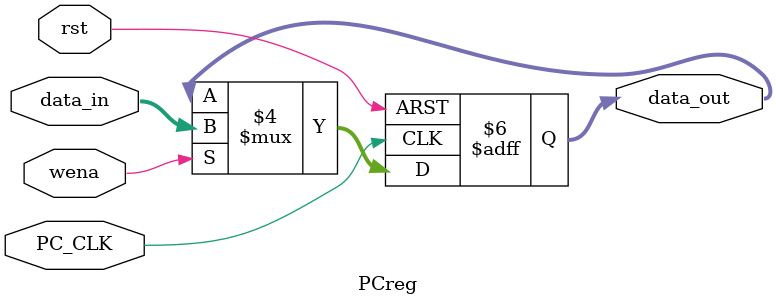
<source format=v>
`timescale 1ns / 1ps


module PCreg(
    input PC_CLK,   //ÏÂ½µÑØÓÐÐ§
    input rst,      //¸ßµçÆ½¸´Î»
    input wena,     //Ð´ÈëÊ¹ÄÜ
    input[31:0] data_in,        //Ð´Èë PC µÄÖµ
    output reg [31:0] data_out //¶ÁÈ¡ PC µÄÖµ
);
    always @(negedge PC_CLK or posedge rst)
    begin
        if(rst==1'b1)
            data_out <= 32'h00400000;  //Mars Ö¸Áî´æ´¢ÆðÊ¼µØÖ·
        else if(wena==1)
            data_out <= data_in;
    end
endmodule

</source>
